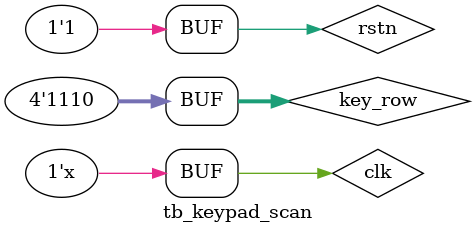
<source format=v>
module tb_keypad_scan(
    );
        
reg   clk, rstn;
reg   [3:0]   key_row;

wire    [2:0]   key_col;
wire    [11:0]  key_data;

keypad_scan U0 (
                .clk(clk),
                .rstn(rstn),
                .key_row(key_row),
                .key_col(key_col),
                .key_data(key_data));
initial begin
    clk =   0;      rstn = 1;
    #5  rstn = 0; 
    #25 rstn = 1 ;
end

always #10 clk = ~ clk ;

initial begin
    #30;
    repeat (3) begin
            key_row = 4'b1111;
        #20 key_row = 4'b0111;
        #20;
    end
    repeat (3) begin
            key_row = 4'b1111;
        #20 key_row = 4'b1011;
        #20;
    end
    repeat (3) begin
            key_row = 4'b1111;
        #20 key_row = 4'b1101;
        #20;
    end
    repeat (3) begin
            key_row = 4'b1111;
        #20 key_row = 4'b1110;
        #20;
    end
end
endmodule

</source>
